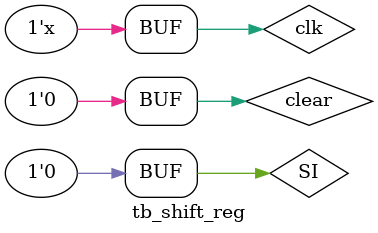
<source format=v>
`timescale 1ns / 1ps


module tb_shift_reg;

	// Inputs
	reg clk;
	reg clear;
	reg SI;

	// Outputs
	wire [3:0] Q;
	wire SO;

	// Instantiate the Unit Under Test (UUT)
	shift_reg uut (
		.Q(Q), 
		.SO(SO), 
		.clk(clk), 
		.clear(clear), 
		.SI(SI)
	);

	initial begin
		// Initialize Inputs
		clk = 0;
		clear = 0;
		SI = 0;
		
	end
	
	always begin
	#1 clk = ~clk;
	end
	
	initial begin
	#3 SI = 1'b1;
	#3 SI = 1'b0;
	#3 SI = 1'b1;
	#3 SI = 1'b1;
	
	#3 SI = 1'b1;
	#3 SI = 1'b1;
	#3 SI = 1'b1;
	#3 SI = 1'b1;

	#3 SI = 1'b0;
	#3 SI = 1'b0;
	#3 SI = 1'b1;
	#3 SI = 1'b0;

	#3 SI = 1'b0;
	#3 SI = 1'b0;
	#3 SI = 1'b0;
	#3 SI = 1'b0;

	#3 SI = 1'b1;
	#3 SI = 1'b0;
	#3 SI = 1'b1;
	#3 SI = 1'b0;
	
	end
	
      
endmodule


</source>
